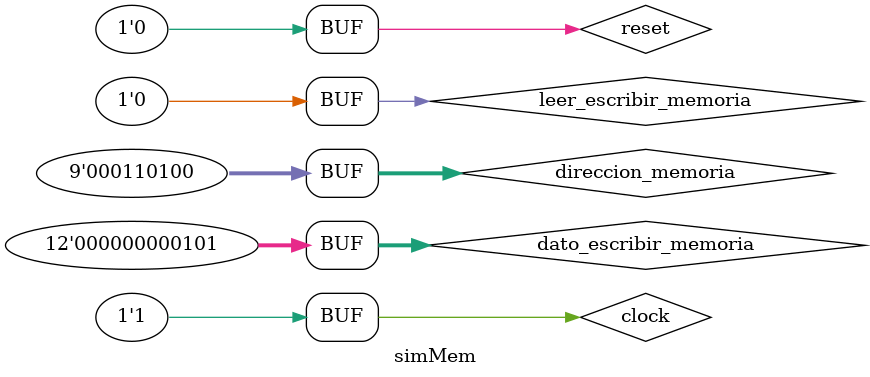
<source format=v>
`timescale 1ns / 1ps


module simMem;

	// Inputs
	reg clock;
	reg reset;
	reg leer_escribir_memoria;
	reg [8:0] direccion_memoria;
	reg [11:0] dato_escribir_memoria;

	// Outputs
	wire [11:0] dato_leer_memoria;

	// Instantiate the Unit Under Test (UUT)
	memoria4K uut (
		.clock(clock), 
		.reset(reset), 
		.leer_escribir_memoria(leer_escribir_memoria), 
		.direccion_memoria(direccion_memoria), 
		.dato_escribir_memoria(dato_escribir_memoria), 
		.dato_leer_memoria(dato_leer_memoria)
	);

	initial begin
		// Initialize Inputs
		reset = 0;
		leer_escribir_memoria = 1;
		direccion_memoria = 52;
		dato_escribir_memoria = 12'b101010101010;

		// Wait 100 ns for global reset to finish
		#100;
		
		reset = 0;
		leer_escribir_memoria = 0;
		direccion_memoria = 5;
		dato_escribir_memoria = 12'b101010101010;
		
		#100;

		reset = 0;
		leer_escribir_memoria = 0;
		direccion_memoria = 52;
		dato_escribir_memoria = 5;
        
		// Add stimulus here

	end
	
	always begin 
	clock = 0;#5;
	clock = 1;#5;
	end
      
endmodule


</source>
